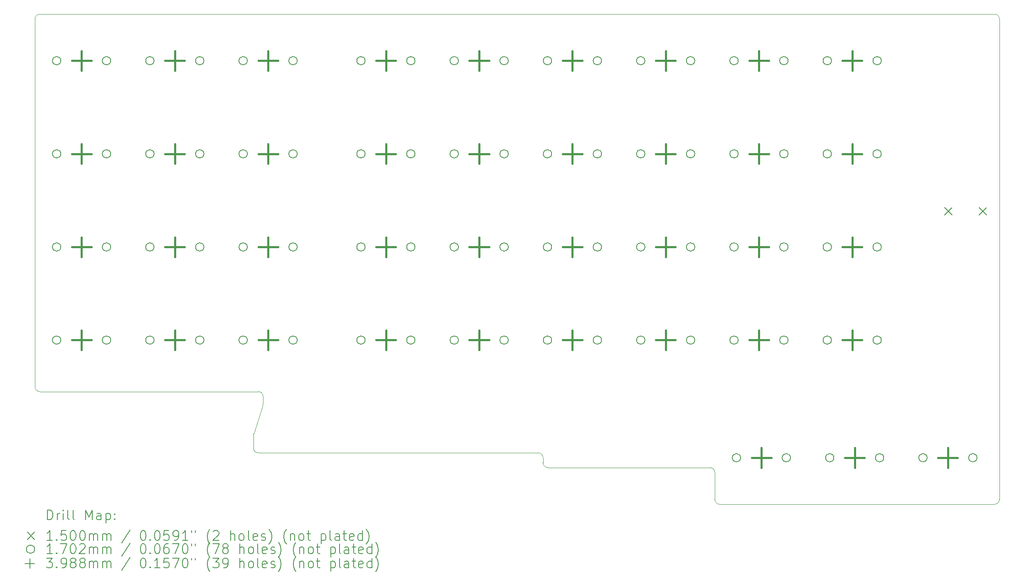
<source format=gbr>
%TF.GenerationSoftware,KiCad,Pcbnew,(6.0.8)*%
%TF.CreationDate,2023-04-06T15:32:16+10:00*%
%TF.ProjectId,drazie,6472617a-6965-42e6-9b69-6361645f7063,rev?*%
%TF.SameCoordinates,Original*%
%TF.FileFunction,Drillmap*%
%TF.FilePolarity,Positive*%
%FSLAX45Y45*%
G04 Gerber Fmt 4.5, Leading zero omitted, Abs format (unit mm)*
G04 Created by KiCad (PCBNEW (6.0.8)) date 2023-04-06 15:32:16*
%MOMM*%
%LPD*%
G01*
G04 APERTURE LIST*
%ADD10C,0.100000*%
%ADD11C,0.200000*%
%ADD12C,0.150000*%
%ADD13C,0.170180*%
%ADD14C,0.398780*%
G04 APERTURE END LIST*
D10*
X5900000Y-9050000D02*
X5900000Y-9200000D01*
X1350000Y-8950000D02*
X5800000Y-8950000D01*
X1250000Y-1350000D02*
X1250000Y-8850000D01*
X20800000Y-1250000D02*
X1350000Y-1250000D01*
X20900000Y-1350000D02*
X20900000Y-11150000D01*
X15200000Y-11250000D02*
X20800000Y-11250000D01*
X15100000Y-10600000D02*
X15100000Y-11150000D01*
X11700000Y-10500000D02*
X15000000Y-10500000D01*
X11600000Y-10300000D02*
X11600000Y-10400000D01*
X11500000Y-10200000D02*
X5800000Y-10200000D01*
X20800000Y-11250000D02*
G75*
G03*
X20900000Y-11150000I0J100000D01*
G01*
X20900000Y-1350000D02*
G75*
G03*
X20800000Y-1250000I-100000J0D01*
G01*
X1350000Y-1250000D02*
G75*
G03*
X1250000Y-1350000I0J-100000D01*
G01*
X1250000Y-8850000D02*
G75*
G03*
X1350000Y-8950000I100000J0D01*
G01*
X5900000Y-9050000D02*
G75*
G03*
X5800000Y-8950000I-100000J0D01*
G01*
X5700000Y-9850000D02*
X5700000Y-10100000D01*
X5889443Y-9244721D02*
X5710557Y-9805279D01*
X5889443Y-9244721D02*
G75*
G03*
X5900000Y-9200000I-89443J44721D01*
G01*
X5710557Y-9805279D02*
G75*
G03*
X5700000Y-9850000I89443J-44721D01*
G01*
X5700000Y-10100000D02*
G75*
G03*
X5800000Y-10200000I100000J0D01*
G01*
X11600000Y-10300000D02*
G75*
G03*
X11500000Y-10200000I-100000J0D01*
G01*
X11600000Y-10400000D02*
G75*
G03*
X11700000Y-10500000I100000J0D01*
G01*
X15100000Y-10600000D02*
G75*
G03*
X15000000Y-10500000I-100000J0D01*
G01*
X15100000Y-11150000D02*
G75*
G03*
X15200000Y-11250000I100000J0D01*
G01*
D11*
D12*
X19785000Y-5195000D02*
X19935000Y-5345000D01*
X19935000Y-5195000D02*
X19785000Y-5345000D01*
X20485000Y-5195000D02*
X20635000Y-5345000D01*
X20635000Y-5195000D02*
X20485000Y-5345000D01*
D13*
X1777090Y-2200000D02*
G75*
G03*
X1777090Y-2200000I-85090J0D01*
G01*
X1777090Y-4100000D02*
G75*
G03*
X1777090Y-4100000I-85090J0D01*
G01*
X1777090Y-6000000D02*
G75*
G03*
X1777090Y-6000000I-85090J0D01*
G01*
X1777090Y-7900000D02*
G75*
G03*
X1777090Y-7900000I-85090J0D01*
G01*
X2793090Y-2200000D02*
G75*
G03*
X2793090Y-2200000I-85090J0D01*
G01*
X2793090Y-4100000D02*
G75*
G03*
X2793090Y-4100000I-85090J0D01*
G01*
X2793090Y-6000000D02*
G75*
G03*
X2793090Y-6000000I-85090J0D01*
G01*
X2793090Y-7900000D02*
G75*
G03*
X2793090Y-7900000I-85090J0D01*
G01*
X3677090Y-2200000D02*
G75*
G03*
X3677090Y-2200000I-85090J0D01*
G01*
X3677090Y-4100000D02*
G75*
G03*
X3677090Y-4100000I-85090J0D01*
G01*
X3677090Y-6000000D02*
G75*
G03*
X3677090Y-6000000I-85090J0D01*
G01*
X3677090Y-7900000D02*
G75*
G03*
X3677090Y-7900000I-85090J0D01*
G01*
X4693090Y-2200000D02*
G75*
G03*
X4693090Y-2200000I-85090J0D01*
G01*
X4693090Y-4100000D02*
G75*
G03*
X4693090Y-4100000I-85090J0D01*
G01*
X4693090Y-6000000D02*
G75*
G03*
X4693090Y-6000000I-85090J0D01*
G01*
X4693090Y-7900000D02*
G75*
G03*
X4693090Y-7900000I-85090J0D01*
G01*
X5577090Y-2200000D02*
G75*
G03*
X5577090Y-2200000I-85090J0D01*
G01*
X5577090Y-4100000D02*
G75*
G03*
X5577090Y-4100000I-85090J0D01*
G01*
X5577090Y-6000000D02*
G75*
G03*
X5577090Y-6000000I-85090J0D01*
G01*
X5577090Y-7900000D02*
G75*
G03*
X5577090Y-7900000I-85090J0D01*
G01*
X6593090Y-2200000D02*
G75*
G03*
X6593090Y-2200000I-85090J0D01*
G01*
X6593090Y-4100000D02*
G75*
G03*
X6593090Y-4100000I-85090J0D01*
G01*
X6593090Y-6000000D02*
G75*
G03*
X6593090Y-6000000I-85090J0D01*
G01*
X6593090Y-7900000D02*
G75*
G03*
X6593090Y-7900000I-85090J0D01*
G01*
X7977090Y-2200000D02*
G75*
G03*
X7977090Y-2200000I-85090J0D01*
G01*
X7977090Y-4100000D02*
G75*
G03*
X7977090Y-4100000I-85090J0D01*
G01*
X7977090Y-6000000D02*
G75*
G03*
X7977090Y-6000000I-85090J0D01*
G01*
X7977090Y-7900000D02*
G75*
G03*
X7977090Y-7900000I-85090J0D01*
G01*
X8993090Y-2200000D02*
G75*
G03*
X8993090Y-2200000I-85090J0D01*
G01*
X8993090Y-4100000D02*
G75*
G03*
X8993090Y-4100000I-85090J0D01*
G01*
X8993090Y-6000000D02*
G75*
G03*
X8993090Y-6000000I-85090J0D01*
G01*
X8993090Y-7900000D02*
G75*
G03*
X8993090Y-7900000I-85090J0D01*
G01*
X9877090Y-2200000D02*
G75*
G03*
X9877090Y-2200000I-85090J0D01*
G01*
X9877090Y-4100000D02*
G75*
G03*
X9877090Y-4100000I-85090J0D01*
G01*
X9877090Y-6000000D02*
G75*
G03*
X9877090Y-6000000I-85090J0D01*
G01*
X9877090Y-7900000D02*
G75*
G03*
X9877090Y-7900000I-85090J0D01*
G01*
X10893090Y-2200000D02*
G75*
G03*
X10893090Y-2200000I-85090J0D01*
G01*
X10893090Y-4100000D02*
G75*
G03*
X10893090Y-4100000I-85090J0D01*
G01*
X10893090Y-6000000D02*
G75*
G03*
X10893090Y-6000000I-85090J0D01*
G01*
X10893090Y-7900000D02*
G75*
G03*
X10893090Y-7900000I-85090J0D01*
G01*
X11777090Y-2200000D02*
G75*
G03*
X11777090Y-2200000I-85090J0D01*
G01*
X11777090Y-4100000D02*
G75*
G03*
X11777090Y-4100000I-85090J0D01*
G01*
X11777090Y-6000000D02*
G75*
G03*
X11777090Y-6000000I-85090J0D01*
G01*
X11777090Y-7900000D02*
G75*
G03*
X11777090Y-7900000I-85090J0D01*
G01*
X12793090Y-2200000D02*
G75*
G03*
X12793090Y-2200000I-85090J0D01*
G01*
X12793090Y-4100000D02*
G75*
G03*
X12793090Y-4100000I-85090J0D01*
G01*
X12793090Y-6000000D02*
G75*
G03*
X12793090Y-6000000I-85090J0D01*
G01*
X12793090Y-7900000D02*
G75*
G03*
X12793090Y-7900000I-85090J0D01*
G01*
X13677090Y-2200000D02*
G75*
G03*
X13677090Y-2200000I-85090J0D01*
G01*
X13677090Y-4100000D02*
G75*
G03*
X13677090Y-4100000I-85090J0D01*
G01*
X13677090Y-6000000D02*
G75*
G03*
X13677090Y-6000000I-85090J0D01*
G01*
X13677090Y-7900000D02*
G75*
G03*
X13677090Y-7900000I-85090J0D01*
G01*
X14693090Y-2200000D02*
G75*
G03*
X14693090Y-2200000I-85090J0D01*
G01*
X14693090Y-4100000D02*
G75*
G03*
X14693090Y-4100000I-85090J0D01*
G01*
X14693090Y-6000000D02*
G75*
G03*
X14693090Y-6000000I-85090J0D01*
G01*
X14693090Y-7900000D02*
G75*
G03*
X14693090Y-7900000I-85090J0D01*
G01*
X15577090Y-2200000D02*
G75*
G03*
X15577090Y-2200000I-85090J0D01*
G01*
X15577090Y-4100000D02*
G75*
G03*
X15577090Y-4100000I-85090J0D01*
G01*
X15577090Y-6000000D02*
G75*
G03*
X15577090Y-6000000I-85090J0D01*
G01*
X15577090Y-7900000D02*
G75*
G03*
X15577090Y-7900000I-85090J0D01*
G01*
X15627090Y-10300000D02*
G75*
G03*
X15627090Y-10300000I-85090J0D01*
G01*
X16593090Y-2200000D02*
G75*
G03*
X16593090Y-2200000I-85090J0D01*
G01*
X16593090Y-4100000D02*
G75*
G03*
X16593090Y-4100000I-85090J0D01*
G01*
X16593090Y-6000000D02*
G75*
G03*
X16593090Y-6000000I-85090J0D01*
G01*
X16593090Y-7900000D02*
G75*
G03*
X16593090Y-7900000I-85090J0D01*
G01*
X16643090Y-10300000D02*
G75*
G03*
X16643090Y-10300000I-85090J0D01*
G01*
X17477090Y-2200000D02*
G75*
G03*
X17477090Y-2200000I-85090J0D01*
G01*
X17477090Y-4100000D02*
G75*
G03*
X17477090Y-4100000I-85090J0D01*
G01*
X17477090Y-6000000D02*
G75*
G03*
X17477090Y-6000000I-85090J0D01*
G01*
X17477090Y-7900000D02*
G75*
G03*
X17477090Y-7900000I-85090J0D01*
G01*
X17527090Y-10300000D02*
G75*
G03*
X17527090Y-10300000I-85090J0D01*
G01*
X18493090Y-2200000D02*
G75*
G03*
X18493090Y-2200000I-85090J0D01*
G01*
X18493090Y-4100000D02*
G75*
G03*
X18493090Y-4100000I-85090J0D01*
G01*
X18493090Y-6000000D02*
G75*
G03*
X18493090Y-6000000I-85090J0D01*
G01*
X18493090Y-7900000D02*
G75*
G03*
X18493090Y-7900000I-85090J0D01*
G01*
X18543090Y-10300000D02*
G75*
G03*
X18543090Y-10300000I-85090J0D01*
G01*
X19427090Y-10300000D02*
G75*
G03*
X19427090Y-10300000I-85090J0D01*
G01*
X20443090Y-10300000D02*
G75*
G03*
X20443090Y-10300000I-85090J0D01*
G01*
D14*
X2200000Y-2000610D02*
X2200000Y-2399390D01*
X2000610Y-2200000D02*
X2399390Y-2200000D01*
X2200000Y-3900610D02*
X2200000Y-4299390D01*
X2000610Y-4100000D02*
X2399390Y-4100000D01*
X2200000Y-5800610D02*
X2200000Y-6199390D01*
X2000610Y-6000000D02*
X2399390Y-6000000D01*
X2200000Y-7700610D02*
X2200000Y-8099390D01*
X2000610Y-7900000D02*
X2399390Y-7900000D01*
X4100000Y-2000610D02*
X4100000Y-2399390D01*
X3900610Y-2200000D02*
X4299390Y-2200000D01*
X4100000Y-3900610D02*
X4100000Y-4299390D01*
X3900610Y-4100000D02*
X4299390Y-4100000D01*
X4100000Y-5800610D02*
X4100000Y-6199390D01*
X3900610Y-6000000D02*
X4299390Y-6000000D01*
X4100000Y-7700610D02*
X4100000Y-8099390D01*
X3900610Y-7900000D02*
X4299390Y-7900000D01*
X6000000Y-2000610D02*
X6000000Y-2399390D01*
X5800610Y-2200000D02*
X6199390Y-2200000D01*
X6000000Y-3900610D02*
X6000000Y-4299390D01*
X5800610Y-4100000D02*
X6199390Y-4100000D01*
X6000000Y-5800610D02*
X6000000Y-6199390D01*
X5800610Y-6000000D02*
X6199390Y-6000000D01*
X6000000Y-7700610D02*
X6000000Y-8099390D01*
X5800610Y-7900000D02*
X6199390Y-7900000D01*
X8400000Y-2000610D02*
X8400000Y-2399390D01*
X8200610Y-2200000D02*
X8599390Y-2200000D01*
X8400000Y-3900610D02*
X8400000Y-4299390D01*
X8200610Y-4100000D02*
X8599390Y-4100000D01*
X8400000Y-5800610D02*
X8400000Y-6199390D01*
X8200610Y-6000000D02*
X8599390Y-6000000D01*
X8400000Y-7700610D02*
X8400000Y-8099390D01*
X8200610Y-7900000D02*
X8599390Y-7900000D01*
X10300000Y-2000610D02*
X10300000Y-2399390D01*
X10100610Y-2200000D02*
X10499390Y-2200000D01*
X10300000Y-3900610D02*
X10300000Y-4299390D01*
X10100610Y-4100000D02*
X10499390Y-4100000D01*
X10300000Y-5800610D02*
X10300000Y-6199390D01*
X10100610Y-6000000D02*
X10499390Y-6000000D01*
X10300000Y-7700610D02*
X10300000Y-8099390D01*
X10100610Y-7900000D02*
X10499390Y-7900000D01*
X12200000Y-2000610D02*
X12200000Y-2399390D01*
X12000610Y-2200000D02*
X12399390Y-2200000D01*
X12200000Y-3900610D02*
X12200000Y-4299390D01*
X12000610Y-4100000D02*
X12399390Y-4100000D01*
X12200000Y-5800610D02*
X12200000Y-6199390D01*
X12000610Y-6000000D02*
X12399390Y-6000000D01*
X12200000Y-7700610D02*
X12200000Y-8099390D01*
X12000610Y-7900000D02*
X12399390Y-7900000D01*
X14100000Y-2000610D02*
X14100000Y-2399390D01*
X13900610Y-2200000D02*
X14299390Y-2200000D01*
X14100000Y-3900610D02*
X14100000Y-4299390D01*
X13900610Y-4100000D02*
X14299390Y-4100000D01*
X14100000Y-5800610D02*
X14100000Y-6199390D01*
X13900610Y-6000000D02*
X14299390Y-6000000D01*
X14100000Y-7700610D02*
X14100000Y-8099390D01*
X13900610Y-7900000D02*
X14299390Y-7900000D01*
X16000000Y-2000610D02*
X16000000Y-2399390D01*
X15800610Y-2200000D02*
X16199390Y-2200000D01*
X16000000Y-3900610D02*
X16000000Y-4299390D01*
X15800610Y-4100000D02*
X16199390Y-4100000D01*
X16000000Y-5800610D02*
X16000000Y-6199390D01*
X15800610Y-6000000D02*
X16199390Y-6000000D01*
X16000000Y-7700610D02*
X16000000Y-8099390D01*
X15800610Y-7900000D02*
X16199390Y-7900000D01*
X16050000Y-10100610D02*
X16050000Y-10499390D01*
X15850610Y-10300000D02*
X16249390Y-10300000D01*
X17900000Y-2000610D02*
X17900000Y-2399390D01*
X17700610Y-2200000D02*
X18099390Y-2200000D01*
X17900000Y-3900610D02*
X17900000Y-4299390D01*
X17700610Y-4100000D02*
X18099390Y-4100000D01*
X17900000Y-5800610D02*
X17900000Y-6199390D01*
X17700610Y-6000000D02*
X18099390Y-6000000D01*
X17900000Y-7700610D02*
X17900000Y-8099390D01*
X17700610Y-7900000D02*
X18099390Y-7900000D01*
X17950000Y-10100610D02*
X17950000Y-10499390D01*
X17750610Y-10300000D02*
X18149390Y-10300000D01*
X19850000Y-10100610D02*
X19850000Y-10499390D01*
X19650610Y-10300000D02*
X20049390Y-10300000D01*
D11*
X1502619Y-11565476D02*
X1502619Y-11365476D01*
X1550238Y-11365476D01*
X1578809Y-11375000D01*
X1597857Y-11394048D01*
X1607381Y-11413095D01*
X1616905Y-11451190D01*
X1616905Y-11479762D01*
X1607381Y-11517857D01*
X1597857Y-11536905D01*
X1578809Y-11555952D01*
X1550238Y-11565476D01*
X1502619Y-11565476D01*
X1702619Y-11565476D02*
X1702619Y-11432143D01*
X1702619Y-11470238D02*
X1712143Y-11451190D01*
X1721667Y-11441667D01*
X1740714Y-11432143D01*
X1759762Y-11432143D01*
X1826428Y-11565476D02*
X1826428Y-11432143D01*
X1826428Y-11365476D02*
X1816905Y-11375000D01*
X1826428Y-11384524D01*
X1835952Y-11375000D01*
X1826428Y-11365476D01*
X1826428Y-11384524D01*
X1950238Y-11565476D02*
X1931190Y-11555952D01*
X1921667Y-11536905D01*
X1921667Y-11365476D01*
X2055000Y-11565476D02*
X2035952Y-11555952D01*
X2026428Y-11536905D01*
X2026428Y-11365476D01*
X2283571Y-11565476D02*
X2283571Y-11365476D01*
X2350238Y-11508333D01*
X2416905Y-11365476D01*
X2416905Y-11565476D01*
X2597857Y-11565476D02*
X2597857Y-11460714D01*
X2588333Y-11441667D01*
X2569286Y-11432143D01*
X2531190Y-11432143D01*
X2512143Y-11441667D01*
X2597857Y-11555952D02*
X2578810Y-11565476D01*
X2531190Y-11565476D01*
X2512143Y-11555952D01*
X2502619Y-11536905D01*
X2502619Y-11517857D01*
X2512143Y-11498809D01*
X2531190Y-11489286D01*
X2578810Y-11489286D01*
X2597857Y-11479762D01*
X2693095Y-11432143D02*
X2693095Y-11632143D01*
X2693095Y-11441667D02*
X2712143Y-11432143D01*
X2750238Y-11432143D01*
X2769286Y-11441667D01*
X2778810Y-11451190D01*
X2788333Y-11470238D01*
X2788333Y-11527381D01*
X2778810Y-11546428D01*
X2769286Y-11555952D01*
X2750238Y-11565476D01*
X2712143Y-11565476D01*
X2693095Y-11555952D01*
X2874048Y-11546428D02*
X2883571Y-11555952D01*
X2874048Y-11565476D01*
X2864524Y-11555952D01*
X2874048Y-11546428D01*
X2874048Y-11565476D01*
X2874048Y-11441667D02*
X2883571Y-11451190D01*
X2874048Y-11460714D01*
X2864524Y-11451190D01*
X2874048Y-11441667D01*
X2874048Y-11460714D01*
D12*
X1095000Y-11820000D02*
X1245000Y-11970000D01*
X1245000Y-11820000D02*
X1095000Y-11970000D01*
D11*
X1607381Y-11985476D02*
X1493095Y-11985476D01*
X1550238Y-11985476D02*
X1550238Y-11785476D01*
X1531190Y-11814048D01*
X1512143Y-11833095D01*
X1493095Y-11842619D01*
X1693095Y-11966428D02*
X1702619Y-11975952D01*
X1693095Y-11985476D01*
X1683571Y-11975952D01*
X1693095Y-11966428D01*
X1693095Y-11985476D01*
X1883571Y-11785476D02*
X1788333Y-11785476D01*
X1778809Y-11880714D01*
X1788333Y-11871190D01*
X1807381Y-11861667D01*
X1855000Y-11861667D01*
X1874048Y-11871190D01*
X1883571Y-11880714D01*
X1893095Y-11899762D01*
X1893095Y-11947381D01*
X1883571Y-11966428D01*
X1874048Y-11975952D01*
X1855000Y-11985476D01*
X1807381Y-11985476D01*
X1788333Y-11975952D01*
X1778809Y-11966428D01*
X2016905Y-11785476D02*
X2035952Y-11785476D01*
X2055000Y-11795000D01*
X2064524Y-11804524D01*
X2074048Y-11823571D01*
X2083571Y-11861667D01*
X2083571Y-11909286D01*
X2074048Y-11947381D01*
X2064524Y-11966428D01*
X2055000Y-11975952D01*
X2035952Y-11985476D01*
X2016905Y-11985476D01*
X1997857Y-11975952D01*
X1988333Y-11966428D01*
X1978809Y-11947381D01*
X1969286Y-11909286D01*
X1969286Y-11861667D01*
X1978809Y-11823571D01*
X1988333Y-11804524D01*
X1997857Y-11795000D01*
X2016905Y-11785476D01*
X2207381Y-11785476D02*
X2226429Y-11785476D01*
X2245476Y-11795000D01*
X2255000Y-11804524D01*
X2264524Y-11823571D01*
X2274048Y-11861667D01*
X2274048Y-11909286D01*
X2264524Y-11947381D01*
X2255000Y-11966428D01*
X2245476Y-11975952D01*
X2226429Y-11985476D01*
X2207381Y-11985476D01*
X2188333Y-11975952D01*
X2178810Y-11966428D01*
X2169286Y-11947381D01*
X2159762Y-11909286D01*
X2159762Y-11861667D01*
X2169286Y-11823571D01*
X2178810Y-11804524D01*
X2188333Y-11795000D01*
X2207381Y-11785476D01*
X2359762Y-11985476D02*
X2359762Y-11852143D01*
X2359762Y-11871190D02*
X2369286Y-11861667D01*
X2388333Y-11852143D01*
X2416905Y-11852143D01*
X2435952Y-11861667D01*
X2445476Y-11880714D01*
X2445476Y-11985476D01*
X2445476Y-11880714D02*
X2455000Y-11861667D01*
X2474048Y-11852143D01*
X2502619Y-11852143D01*
X2521667Y-11861667D01*
X2531190Y-11880714D01*
X2531190Y-11985476D01*
X2626429Y-11985476D02*
X2626429Y-11852143D01*
X2626429Y-11871190D02*
X2635952Y-11861667D01*
X2655000Y-11852143D01*
X2683571Y-11852143D01*
X2702619Y-11861667D01*
X2712143Y-11880714D01*
X2712143Y-11985476D01*
X2712143Y-11880714D02*
X2721667Y-11861667D01*
X2740714Y-11852143D01*
X2769286Y-11852143D01*
X2788333Y-11861667D01*
X2797857Y-11880714D01*
X2797857Y-11985476D01*
X3188333Y-11775952D02*
X3016905Y-12033095D01*
X3445476Y-11785476D02*
X3464524Y-11785476D01*
X3483571Y-11795000D01*
X3493095Y-11804524D01*
X3502619Y-11823571D01*
X3512143Y-11861667D01*
X3512143Y-11909286D01*
X3502619Y-11947381D01*
X3493095Y-11966428D01*
X3483571Y-11975952D01*
X3464524Y-11985476D01*
X3445476Y-11985476D01*
X3426428Y-11975952D01*
X3416905Y-11966428D01*
X3407381Y-11947381D01*
X3397857Y-11909286D01*
X3397857Y-11861667D01*
X3407381Y-11823571D01*
X3416905Y-11804524D01*
X3426428Y-11795000D01*
X3445476Y-11785476D01*
X3597857Y-11966428D02*
X3607381Y-11975952D01*
X3597857Y-11985476D01*
X3588333Y-11975952D01*
X3597857Y-11966428D01*
X3597857Y-11985476D01*
X3731190Y-11785476D02*
X3750238Y-11785476D01*
X3769286Y-11795000D01*
X3778809Y-11804524D01*
X3788333Y-11823571D01*
X3797857Y-11861667D01*
X3797857Y-11909286D01*
X3788333Y-11947381D01*
X3778809Y-11966428D01*
X3769286Y-11975952D01*
X3750238Y-11985476D01*
X3731190Y-11985476D01*
X3712143Y-11975952D01*
X3702619Y-11966428D01*
X3693095Y-11947381D01*
X3683571Y-11909286D01*
X3683571Y-11861667D01*
X3693095Y-11823571D01*
X3702619Y-11804524D01*
X3712143Y-11795000D01*
X3731190Y-11785476D01*
X3978809Y-11785476D02*
X3883571Y-11785476D01*
X3874048Y-11880714D01*
X3883571Y-11871190D01*
X3902619Y-11861667D01*
X3950238Y-11861667D01*
X3969286Y-11871190D01*
X3978809Y-11880714D01*
X3988333Y-11899762D01*
X3988333Y-11947381D01*
X3978809Y-11966428D01*
X3969286Y-11975952D01*
X3950238Y-11985476D01*
X3902619Y-11985476D01*
X3883571Y-11975952D01*
X3874048Y-11966428D01*
X4083571Y-11985476D02*
X4121667Y-11985476D01*
X4140714Y-11975952D01*
X4150238Y-11966428D01*
X4169286Y-11937857D01*
X4178809Y-11899762D01*
X4178809Y-11823571D01*
X4169286Y-11804524D01*
X4159762Y-11795000D01*
X4140714Y-11785476D01*
X4102619Y-11785476D01*
X4083571Y-11795000D01*
X4074048Y-11804524D01*
X4064524Y-11823571D01*
X4064524Y-11871190D01*
X4074048Y-11890238D01*
X4083571Y-11899762D01*
X4102619Y-11909286D01*
X4140714Y-11909286D01*
X4159762Y-11899762D01*
X4169286Y-11890238D01*
X4178809Y-11871190D01*
X4369286Y-11985476D02*
X4255000Y-11985476D01*
X4312143Y-11985476D02*
X4312143Y-11785476D01*
X4293095Y-11814048D01*
X4274048Y-11833095D01*
X4255000Y-11842619D01*
X4445476Y-11785476D02*
X4445476Y-11823571D01*
X4521667Y-11785476D02*
X4521667Y-11823571D01*
X4816905Y-12061667D02*
X4807381Y-12052143D01*
X4788333Y-12023571D01*
X4778810Y-12004524D01*
X4769286Y-11975952D01*
X4759762Y-11928333D01*
X4759762Y-11890238D01*
X4769286Y-11842619D01*
X4778810Y-11814048D01*
X4788333Y-11795000D01*
X4807381Y-11766428D01*
X4816905Y-11756905D01*
X4883571Y-11804524D02*
X4893095Y-11795000D01*
X4912143Y-11785476D01*
X4959762Y-11785476D01*
X4978810Y-11795000D01*
X4988333Y-11804524D01*
X4997857Y-11823571D01*
X4997857Y-11842619D01*
X4988333Y-11871190D01*
X4874048Y-11985476D01*
X4997857Y-11985476D01*
X5235952Y-11985476D02*
X5235952Y-11785476D01*
X5321667Y-11985476D02*
X5321667Y-11880714D01*
X5312143Y-11861667D01*
X5293095Y-11852143D01*
X5264524Y-11852143D01*
X5245476Y-11861667D01*
X5235952Y-11871190D01*
X5445476Y-11985476D02*
X5426429Y-11975952D01*
X5416905Y-11966428D01*
X5407381Y-11947381D01*
X5407381Y-11890238D01*
X5416905Y-11871190D01*
X5426429Y-11861667D01*
X5445476Y-11852143D01*
X5474048Y-11852143D01*
X5493095Y-11861667D01*
X5502619Y-11871190D01*
X5512143Y-11890238D01*
X5512143Y-11947381D01*
X5502619Y-11966428D01*
X5493095Y-11975952D01*
X5474048Y-11985476D01*
X5445476Y-11985476D01*
X5626428Y-11985476D02*
X5607381Y-11975952D01*
X5597857Y-11956905D01*
X5597857Y-11785476D01*
X5778809Y-11975952D02*
X5759762Y-11985476D01*
X5721667Y-11985476D01*
X5702619Y-11975952D01*
X5693095Y-11956905D01*
X5693095Y-11880714D01*
X5702619Y-11861667D01*
X5721667Y-11852143D01*
X5759762Y-11852143D01*
X5778809Y-11861667D01*
X5788333Y-11880714D01*
X5788333Y-11899762D01*
X5693095Y-11918809D01*
X5864524Y-11975952D02*
X5883571Y-11985476D01*
X5921667Y-11985476D01*
X5940714Y-11975952D01*
X5950238Y-11956905D01*
X5950238Y-11947381D01*
X5940714Y-11928333D01*
X5921667Y-11918809D01*
X5893095Y-11918809D01*
X5874048Y-11909286D01*
X5864524Y-11890238D01*
X5864524Y-11880714D01*
X5874048Y-11861667D01*
X5893095Y-11852143D01*
X5921667Y-11852143D01*
X5940714Y-11861667D01*
X6016905Y-12061667D02*
X6026428Y-12052143D01*
X6045476Y-12023571D01*
X6055000Y-12004524D01*
X6064524Y-11975952D01*
X6074048Y-11928333D01*
X6074048Y-11890238D01*
X6064524Y-11842619D01*
X6055000Y-11814048D01*
X6045476Y-11795000D01*
X6026428Y-11766428D01*
X6016905Y-11756905D01*
X6378809Y-12061667D02*
X6369286Y-12052143D01*
X6350238Y-12023571D01*
X6340714Y-12004524D01*
X6331190Y-11975952D01*
X6321667Y-11928333D01*
X6321667Y-11890238D01*
X6331190Y-11842619D01*
X6340714Y-11814048D01*
X6350238Y-11795000D01*
X6369286Y-11766428D01*
X6378809Y-11756905D01*
X6455000Y-11852143D02*
X6455000Y-11985476D01*
X6455000Y-11871190D02*
X6464524Y-11861667D01*
X6483571Y-11852143D01*
X6512143Y-11852143D01*
X6531190Y-11861667D01*
X6540714Y-11880714D01*
X6540714Y-11985476D01*
X6664524Y-11985476D02*
X6645476Y-11975952D01*
X6635952Y-11966428D01*
X6626428Y-11947381D01*
X6626428Y-11890238D01*
X6635952Y-11871190D01*
X6645476Y-11861667D01*
X6664524Y-11852143D01*
X6693095Y-11852143D01*
X6712143Y-11861667D01*
X6721667Y-11871190D01*
X6731190Y-11890238D01*
X6731190Y-11947381D01*
X6721667Y-11966428D01*
X6712143Y-11975952D01*
X6693095Y-11985476D01*
X6664524Y-11985476D01*
X6788333Y-11852143D02*
X6864524Y-11852143D01*
X6816905Y-11785476D02*
X6816905Y-11956905D01*
X6826428Y-11975952D01*
X6845476Y-11985476D01*
X6864524Y-11985476D01*
X7083571Y-11852143D02*
X7083571Y-12052143D01*
X7083571Y-11861667D02*
X7102619Y-11852143D01*
X7140714Y-11852143D01*
X7159762Y-11861667D01*
X7169286Y-11871190D01*
X7178809Y-11890238D01*
X7178809Y-11947381D01*
X7169286Y-11966428D01*
X7159762Y-11975952D01*
X7140714Y-11985476D01*
X7102619Y-11985476D01*
X7083571Y-11975952D01*
X7293095Y-11985476D02*
X7274048Y-11975952D01*
X7264524Y-11956905D01*
X7264524Y-11785476D01*
X7455000Y-11985476D02*
X7455000Y-11880714D01*
X7445476Y-11861667D01*
X7426428Y-11852143D01*
X7388333Y-11852143D01*
X7369286Y-11861667D01*
X7455000Y-11975952D02*
X7435952Y-11985476D01*
X7388333Y-11985476D01*
X7369286Y-11975952D01*
X7359762Y-11956905D01*
X7359762Y-11937857D01*
X7369286Y-11918809D01*
X7388333Y-11909286D01*
X7435952Y-11909286D01*
X7455000Y-11899762D01*
X7521667Y-11852143D02*
X7597857Y-11852143D01*
X7550238Y-11785476D02*
X7550238Y-11956905D01*
X7559762Y-11975952D01*
X7578809Y-11985476D01*
X7597857Y-11985476D01*
X7740714Y-11975952D02*
X7721667Y-11985476D01*
X7683571Y-11985476D01*
X7664524Y-11975952D01*
X7655000Y-11956905D01*
X7655000Y-11880714D01*
X7664524Y-11861667D01*
X7683571Y-11852143D01*
X7721667Y-11852143D01*
X7740714Y-11861667D01*
X7750238Y-11880714D01*
X7750238Y-11899762D01*
X7655000Y-11918809D01*
X7921667Y-11985476D02*
X7921667Y-11785476D01*
X7921667Y-11975952D02*
X7902619Y-11985476D01*
X7864524Y-11985476D01*
X7845476Y-11975952D01*
X7835952Y-11966428D01*
X7826428Y-11947381D01*
X7826428Y-11890238D01*
X7835952Y-11871190D01*
X7845476Y-11861667D01*
X7864524Y-11852143D01*
X7902619Y-11852143D01*
X7921667Y-11861667D01*
X7997857Y-12061667D02*
X8007381Y-12052143D01*
X8026428Y-12023571D01*
X8035952Y-12004524D01*
X8045476Y-11975952D01*
X8055000Y-11928333D01*
X8055000Y-11890238D01*
X8045476Y-11842619D01*
X8035952Y-11814048D01*
X8026428Y-11795000D01*
X8007381Y-11766428D01*
X7997857Y-11756905D01*
D13*
X1245000Y-12165000D02*
G75*
G03*
X1245000Y-12165000I-85090J0D01*
G01*
D11*
X1607381Y-12255476D02*
X1493095Y-12255476D01*
X1550238Y-12255476D02*
X1550238Y-12055476D01*
X1531190Y-12084048D01*
X1512143Y-12103095D01*
X1493095Y-12112619D01*
X1693095Y-12236428D02*
X1702619Y-12245952D01*
X1693095Y-12255476D01*
X1683571Y-12245952D01*
X1693095Y-12236428D01*
X1693095Y-12255476D01*
X1769286Y-12055476D02*
X1902619Y-12055476D01*
X1816905Y-12255476D01*
X2016905Y-12055476D02*
X2035952Y-12055476D01*
X2055000Y-12065000D01*
X2064524Y-12074524D01*
X2074048Y-12093571D01*
X2083571Y-12131667D01*
X2083571Y-12179286D01*
X2074048Y-12217381D01*
X2064524Y-12236428D01*
X2055000Y-12245952D01*
X2035952Y-12255476D01*
X2016905Y-12255476D01*
X1997857Y-12245952D01*
X1988333Y-12236428D01*
X1978809Y-12217381D01*
X1969286Y-12179286D01*
X1969286Y-12131667D01*
X1978809Y-12093571D01*
X1988333Y-12074524D01*
X1997857Y-12065000D01*
X2016905Y-12055476D01*
X2159762Y-12074524D02*
X2169286Y-12065000D01*
X2188333Y-12055476D01*
X2235952Y-12055476D01*
X2255000Y-12065000D01*
X2264524Y-12074524D01*
X2274048Y-12093571D01*
X2274048Y-12112619D01*
X2264524Y-12141190D01*
X2150238Y-12255476D01*
X2274048Y-12255476D01*
X2359762Y-12255476D02*
X2359762Y-12122143D01*
X2359762Y-12141190D02*
X2369286Y-12131667D01*
X2388333Y-12122143D01*
X2416905Y-12122143D01*
X2435952Y-12131667D01*
X2445476Y-12150714D01*
X2445476Y-12255476D01*
X2445476Y-12150714D02*
X2455000Y-12131667D01*
X2474048Y-12122143D01*
X2502619Y-12122143D01*
X2521667Y-12131667D01*
X2531190Y-12150714D01*
X2531190Y-12255476D01*
X2626429Y-12255476D02*
X2626429Y-12122143D01*
X2626429Y-12141190D02*
X2635952Y-12131667D01*
X2655000Y-12122143D01*
X2683571Y-12122143D01*
X2702619Y-12131667D01*
X2712143Y-12150714D01*
X2712143Y-12255476D01*
X2712143Y-12150714D02*
X2721667Y-12131667D01*
X2740714Y-12122143D01*
X2769286Y-12122143D01*
X2788333Y-12131667D01*
X2797857Y-12150714D01*
X2797857Y-12255476D01*
X3188333Y-12045952D02*
X3016905Y-12303095D01*
X3445476Y-12055476D02*
X3464524Y-12055476D01*
X3483571Y-12065000D01*
X3493095Y-12074524D01*
X3502619Y-12093571D01*
X3512143Y-12131667D01*
X3512143Y-12179286D01*
X3502619Y-12217381D01*
X3493095Y-12236428D01*
X3483571Y-12245952D01*
X3464524Y-12255476D01*
X3445476Y-12255476D01*
X3426428Y-12245952D01*
X3416905Y-12236428D01*
X3407381Y-12217381D01*
X3397857Y-12179286D01*
X3397857Y-12131667D01*
X3407381Y-12093571D01*
X3416905Y-12074524D01*
X3426428Y-12065000D01*
X3445476Y-12055476D01*
X3597857Y-12236428D02*
X3607381Y-12245952D01*
X3597857Y-12255476D01*
X3588333Y-12245952D01*
X3597857Y-12236428D01*
X3597857Y-12255476D01*
X3731190Y-12055476D02*
X3750238Y-12055476D01*
X3769286Y-12065000D01*
X3778809Y-12074524D01*
X3788333Y-12093571D01*
X3797857Y-12131667D01*
X3797857Y-12179286D01*
X3788333Y-12217381D01*
X3778809Y-12236428D01*
X3769286Y-12245952D01*
X3750238Y-12255476D01*
X3731190Y-12255476D01*
X3712143Y-12245952D01*
X3702619Y-12236428D01*
X3693095Y-12217381D01*
X3683571Y-12179286D01*
X3683571Y-12131667D01*
X3693095Y-12093571D01*
X3702619Y-12074524D01*
X3712143Y-12065000D01*
X3731190Y-12055476D01*
X3969286Y-12055476D02*
X3931190Y-12055476D01*
X3912143Y-12065000D01*
X3902619Y-12074524D01*
X3883571Y-12103095D01*
X3874048Y-12141190D01*
X3874048Y-12217381D01*
X3883571Y-12236428D01*
X3893095Y-12245952D01*
X3912143Y-12255476D01*
X3950238Y-12255476D01*
X3969286Y-12245952D01*
X3978809Y-12236428D01*
X3988333Y-12217381D01*
X3988333Y-12169762D01*
X3978809Y-12150714D01*
X3969286Y-12141190D01*
X3950238Y-12131667D01*
X3912143Y-12131667D01*
X3893095Y-12141190D01*
X3883571Y-12150714D01*
X3874048Y-12169762D01*
X4055000Y-12055476D02*
X4188333Y-12055476D01*
X4102619Y-12255476D01*
X4302619Y-12055476D02*
X4321667Y-12055476D01*
X4340714Y-12065000D01*
X4350238Y-12074524D01*
X4359762Y-12093571D01*
X4369286Y-12131667D01*
X4369286Y-12179286D01*
X4359762Y-12217381D01*
X4350238Y-12236428D01*
X4340714Y-12245952D01*
X4321667Y-12255476D01*
X4302619Y-12255476D01*
X4283571Y-12245952D01*
X4274048Y-12236428D01*
X4264524Y-12217381D01*
X4255000Y-12179286D01*
X4255000Y-12131667D01*
X4264524Y-12093571D01*
X4274048Y-12074524D01*
X4283571Y-12065000D01*
X4302619Y-12055476D01*
X4445476Y-12055476D02*
X4445476Y-12093571D01*
X4521667Y-12055476D02*
X4521667Y-12093571D01*
X4816905Y-12331667D02*
X4807381Y-12322143D01*
X4788333Y-12293571D01*
X4778810Y-12274524D01*
X4769286Y-12245952D01*
X4759762Y-12198333D01*
X4759762Y-12160238D01*
X4769286Y-12112619D01*
X4778810Y-12084048D01*
X4788333Y-12065000D01*
X4807381Y-12036428D01*
X4816905Y-12026905D01*
X4874048Y-12055476D02*
X5007381Y-12055476D01*
X4921667Y-12255476D01*
X5112143Y-12141190D02*
X5093095Y-12131667D01*
X5083571Y-12122143D01*
X5074048Y-12103095D01*
X5074048Y-12093571D01*
X5083571Y-12074524D01*
X5093095Y-12065000D01*
X5112143Y-12055476D01*
X5150238Y-12055476D01*
X5169286Y-12065000D01*
X5178810Y-12074524D01*
X5188333Y-12093571D01*
X5188333Y-12103095D01*
X5178810Y-12122143D01*
X5169286Y-12131667D01*
X5150238Y-12141190D01*
X5112143Y-12141190D01*
X5093095Y-12150714D01*
X5083571Y-12160238D01*
X5074048Y-12179286D01*
X5074048Y-12217381D01*
X5083571Y-12236428D01*
X5093095Y-12245952D01*
X5112143Y-12255476D01*
X5150238Y-12255476D01*
X5169286Y-12245952D01*
X5178810Y-12236428D01*
X5188333Y-12217381D01*
X5188333Y-12179286D01*
X5178810Y-12160238D01*
X5169286Y-12150714D01*
X5150238Y-12141190D01*
X5426429Y-12255476D02*
X5426429Y-12055476D01*
X5512143Y-12255476D02*
X5512143Y-12150714D01*
X5502619Y-12131667D01*
X5483571Y-12122143D01*
X5455000Y-12122143D01*
X5435952Y-12131667D01*
X5426429Y-12141190D01*
X5635952Y-12255476D02*
X5616905Y-12245952D01*
X5607381Y-12236428D01*
X5597857Y-12217381D01*
X5597857Y-12160238D01*
X5607381Y-12141190D01*
X5616905Y-12131667D01*
X5635952Y-12122143D01*
X5664524Y-12122143D01*
X5683571Y-12131667D01*
X5693095Y-12141190D01*
X5702619Y-12160238D01*
X5702619Y-12217381D01*
X5693095Y-12236428D01*
X5683571Y-12245952D01*
X5664524Y-12255476D01*
X5635952Y-12255476D01*
X5816905Y-12255476D02*
X5797857Y-12245952D01*
X5788333Y-12226905D01*
X5788333Y-12055476D01*
X5969286Y-12245952D02*
X5950238Y-12255476D01*
X5912143Y-12255476D01*
X5893095Y-12245952D01*
X5883571Y-12226905D01*
X5883571Y-12150714D01*
X5893095Y-12131667D01*
X5912143Y-12122143D01*
X5950238Y-12122143D01*
X5969286Y-12131667D01*
X5978809Y-12150714D01*
X5978809Y-12169762D01*
X5883571Y-12188809D01*
X6055000Y-12245952D02*
X6074048Y-12255476D01*
X6112143Y-12255476D01*
X6131190Y-12245952D01*
X6140714Y-12226905D01*
X6140714Y-12217381D01*
X6131190Y-12198333D01*
X6112143Y-12188809D01*
X6083571Y-12188809D01*
X6064524Y-12179286D01*
X6055000Y-12160238D01*
X6055000Y-12150714D01*
X6064524Y-12131667D01*
X6083571Y-12122143D01*
X6112143Y-12122143D01*
X6131190Y-12131667D01*
X6207381Y-12331667D02*
X6216905Y-12322143D01*
X6235952Y-12293571D01*
X6245476Y-12274524D01*
X6255000Y-12245952D01*
X6264524Y-12198333D01*
X6264524Y-12160238D01*
X6255000Y-12112619D01*
X6245476Y-12084048D01*
X6235952Y-12065000D01*
X6216905Y-12036428D01*
X6207381Y-12026905D01*
X6569286Y-12331667D02*
X6559762Y-12322143D01*
X6540714Y-12293571D01*
X6531190Y-12274524D01*
X6521667Y-12245952D01*
X6512143Y-12198333D01*
X6512143Y-12160238D01*
X6521667Y-12112619D01*
X6531190Y-12084048D01*
X6540714Y-12065000D01*
X6559762Y-12036428D01*
X6569286Y-12026905D01*
X6645476Y-12122143D02*
X6645476Y-12255476D01*
X6645476Y-12141190D02*
X6655000Y-12131667D01*
X6674048Y-12122143D01*
X6702619Y-12122143D01*
X6721667Y-12131667D01*
X6731190Y-12150714D01*
X6731190Y-12255476D01*
X6855000Y-12255476D02*
X6835952Y-12245952D01*
X6826428Y-12236428D01*
X6816905Y-12217381D01*
X6816905Y-12160238D01*
X6826428Y-12141190D01*
X6835952Y-12131667D01*
X6855000Y-12122143D01*
X6883571Y-12122143D01*
X6902619Y-12131667D01*
X6912143Y-12141190D01*
X6921667Y-12160238D01*
X6921667Y-12217381D01*
X6912143Y-12236428D01*
X6902619Y-12245952D01*
X6883571Y-12255476D01*
X6855000Y-12255476D01*
X6978809Y-12122143D02*
X7055000Y-12122143D01*
X7007381Y-12055476D02*
X7007381Y-12226905D01*
X7016905Y-12245952D01*
X7035952Y-12255476D01*
X7055000Y-12255476D01*
X7274048Y-12122143D02*
X7274048Y-12322143D01*
X7274048Y-12131667D02*
X7293095Y-12122143D01*
X7331190Y-12122143D01*
X7350238Y-12131667D01*
X7359762Y-12141190D01*
X7369286Y-12160238D01*
X7369286Y-12217381D01*
X7359762Y-12236428D01*
X7350238Y-12245952D01*
X7331190Y-12255476D01*
X7293095Y-12255476D01*
X7274048Y-12245952D01*
X7483571Y-12255476D02*
X7464524Y-12245952D01*
X7455000Y-12226905D01*
X7455000Y-12055476D01*
X7645476Y-12255476D02*
X7645476Y-12150714D01*
X7635952Y-12131667D01*
X7616905Y-12122143D01*
X7578809Y-12122143D01*
X7559762Y-12131667D01*
X7645476Y-12245952D02*
X7626428Y-12255476D01*
X7578809Y-12255476D01*
X7559762Y-12245952D01*
X7550238Y-12226905D01*
X7550238Y-12207857D01*
X7559762Y-12188809D01*
X7578809Y-12179286D01*
X7626428Y-12179286D01*
X7645476Y-12169762D01*
X7712143Y-12122143D02*
X7788333Y-12122143D01*
X7740714Y-12055476D02*
X7740714Y-12226905D01*
X7750238Y-12245952D01*
X7769286Y-12255476D01*
X7788333Y-12255476D01*
X7931190Y-12245952D02*
X7912143Y-12255476D01*
X7874048Y-12255476D01*
X7855000Y-12245952D01*
X7845476Y-12226905D01*
X7845476Y-12150714D01*
X7855000Y-12131667D01*
X7874048Y-12122143D01*
X7912143Y-12122143D01*
X7931190Y-12131667D01*
X7940714Y-12150714D01*
X7940714Y-12169762D01*
X7845476Y-12188809D01*
X8112143Y-12255476D02*
X8112143Y-12055476D01*
X8112143Y-12245952D02*
X8093095Y-12255476D01*
X8055000Y-12255476D01*
X8035952Y-12245952D01*
X8026428Y-12236428D01*
X8016905Y-12217381D01*
X8016905Y-12160238D01*
X8026428Y-12141190D01*
X8035952Y-12131667D01*
X8055000Y-12122143D01*
X8093095Y-12122143D01*
X8112143Y-12131667D01*
X8188333Y-12331667D02*
X8197857Y-12322143D01*
X8216905Y-12293571D01*
X8226428Y-12274524D01*
X8235952Y-12245952D01*
X8245476Y-12198333D01*
X8245476Y-12160238D01*
X8235952Y-12112619D01*
X8226428Y-12084048D01*
X8216905Y-12065000D01*
X8197857Y-12036428D01*
X8188333Y-12026905D01*
X1145000Y-12355180D02*
X1145000Y-12555180D01*
X1045000Y-12455180D02*
X1245000Y-12455180D01*
X1483571Y-12345656D02*
X1607381Y-12345656D01*
X1540714Y-12421847D01*
X1569286Y-12421847D01*
X1588333Y-12431370D01*
X1597857Y-12440894D01*
X1607381Y-12459942D01*
X1607381Y-12507561D01*
X1597857Y-12526608D01*
X1588333Y-12536132D01*
X1569286Y-12545656D01*
X1512143Y-12545656D01*
X1493095Y-12536132D01*
X1483571Y-12526608D01*
X1693095Y-12526608D02*
X1702619Y-12536132D01*
X1693095Y-12545656D01*
X1683571Y-12536132D01*
X1693095Y-12526608D01*
X1693095Y-12545656D01*
X1797857Y-12545656D02*
X1835952Y-12545656D01*
X1855000Y-12536132D01*
X1864524Y-12526608D01*
X1883571Y-12498037D01*
X1893095Y-12459942D01*
X1893095Y-12383751D01*
X1883571Y-12364704D01*
X1874048Y-12355180D01*
X1855000Y-12345656D01*
X1816905Y-12345656D01*
X1797857Y-12355180D01*
X1788333Y-12364704D01*
X1778809Y-12383751D01*
X1778809Y-12431370D01*
X1788333Y-12450418D01*
X1797857Y-12459942D01*
X1816905Y-12469466D01*
X1855000Y-12469466D01*
X1874048Y-12459942D01*
X1883571Y-12450418D01*
X1893095Y-12431370D01*
X2007381Y-12431370D02*
X1988333Y-12421847D01*
X1978809Y-12412323D01*
X1969286Y-12393275D01*
X1969286Y-12383751D01*
X1978809Y-12364704D01*
X1988333Y-12355180D01*
X2007381Y-12345656D01*
X2045476Y-12345656D01*
X2064524Y-12355180D01*
X2074048Y-12364704D01*
X2083571Y-12383751D01*
X2083571Y-12393275D01*
X2074048Y-12412323D01*
X2064524Y-12421847D01*
X2045476Y-12431370D01*
X2007381Y-12431370D01*
X1988333Y-12440894D01*
X1978809Y-12450418D01*
X1969286Y-12469466D01*
X1969286Y-12507561D01*
X1978809Y-12526608D01*
X1988333Y-12536132D01*
X2007381Y-12545656D01*
X2045476Y-12545656D01*
X2064524Y-12536132D01*
X2074048Y-12526608D01*
X2083571Y-12507561D01*
X2083571Y-12469466D01*
X2074048Y-12450418D01*
X2064524Y-12440894D01*
X2045476Y-12431370D01*
X2197857Y-12431370D02*
X2178810Y-12421847D01*
X2169286Y-12412323D01*
X2159762Y-12393275D01*
X2159762Y-12383751D01*
X2169286Y-12364704D01*
X2178810Y-12355180D01*
X2197857Y-12345656D01*
X2235952Y-12345656D01*
X2255000Y-12355180D01*
X2264524Y-12364704D01*
X2274048Y-12383751D01*
X2274048Y-12393275D01*
X2264524Y-12412323D01*
X2255000Y-12421847D01*
X2235952Y-12431370D01*
X2197857Y-12431370D01*
X2178810Y-12440894D01*
X2169286Y-12450418D01*
X2159762Y-12469466D01*
X2159762Y-12507561D01*
X2169286Y-12526608D01*
X2178810Y-12536132D01*
X2197857Y-12545656D01*
X2235952Y-12545656D01*
X2255000Y-12536132D01*
X2264524Y-12526608D01*
X2274048Y-12507561D01*
X2274048Y-12469466D01*
X2264524Y-12450418D01*
X2255000Y-12440894D01*
X2235952Y-12431370D01*
X2359762Y-12545656D02*
X2359762Y-12412323D01*
X2359762Y-12431370D02*
X2369286Y-12421847D01*
X2388333Y-12412323D01*
X2416905Y-12412323D01*
X2435952Y-12421847D01*
X2445476Y-12440894D01*
X2445476Y-12545656D01*
X2445476Y-12440894D02*
X2455000Y-12421847D01*
X2474048Y-12412323D01*
X2502619Y-12412323D01*
X2521667Y-12421847D01*
X2531190Y-12440894D01*
X2531190Y-12545656D01*
X2626429Y-12545656D02*
X2626429Y-12412323D01*
X2626429Y-12431370D02*
X2635952Y-12421847D01*
X2655000Y-12412323D01*
X2683571Y-12412323D01*
X2702619Y-12421847D01*
X2712143Y-12440894D01*
X2712143Y-12545656D01*
X2712143Y-12440894D02*
X2721667Y-12421847D01*
X2740714Y-12412323D01*
X2769286Y-12412323D01*
X2788333Y-12421847D01*
X2797857Y-12440894D01*
X2797857Y-12545656D01*
X3188333Y-12336132D02*
X3016905Y-12593275D01*
X3445476Y-12345656D02*
X3464524Y-12345656D01*
X3483571Y-12355180D01*
X3493095Y-12364704D01*
X3502619Y-12383751D01*
X3512143Y-12421847D01*
X3512143Y-12469466D01*
X3502619Y-12507561D01*
X3493095Y-12526608D01*
X3483571Y-12536132D01*
X3464524Y-12545656D01*
X3445476Y-12545656D01*
X3426428Y-12536132D01*
X3416905Y-12526608D01*
X3407381Y-12507561D01*
X3397857Y-12469466D01*
X3397857Y-12421847D01*
X3407381Y-12383751D01*
X3416905Y-12364704D01*
X3426428Y-12355180D01*
X3445476Y-12345656D01*
X3597857Y-12526608D02*
X3607381Y-12536132D01*
X3597857Y-12545656D01*
X3588333Y-12536132D01*
X3597857Y-12526608D01*
X3597857Y-12545656D01*
X3797857Y-12545656D02*
X3683571Y-12545656D01*
X3740714Y-12545656D02*
X3740714Y-12345656D01*
X3721667Y-12374228D01*
X3702619Y-12393275D01*
X3683571Y-12402799D01*
X3978809Y-12345656D02*
X3883571Y-12345656D01*
X3874048Y-12440894D01*
X3883571Y-12431370D01*
X3902619Y-12421847D01*
X3950238Y-12421847D01*
X3969286Y-12431370D01*
X3978809Y-12440894D01*
X3988333Y-12459942D01*
X3988333Y-12507561D01*
X3978809Y-12526608D01*
X3969286Y-12536132D01*
X3950238Y-12545656D01*
X3902619Y-12545656D01*
X3883571Y-12536132D01*
X3874048Y-12526608D01*
X4055000Y-12345656D02*
X4188333Y-12345656D01*
X4102619Y-12545656D01*
X4302619Y-12345656D02*
X4321667Y-12345656D01*
X4340714Y-12355180D01*
X4350238Y-12364704D01*
X4359762Y-12383751D01*
X4369286Y-12421847D01*
X4369286Y-12469466D01*
X4359762Y-12507561D01*
X4350238Y-12526608D01*
X4340714Y-12536132D01*
X4321667Y-12545656D01*
X4302619Y-12545656D01*
X4283571Y-12536132D01*
X4274048Y-12526608D01*
X4264524Y-12507561D01*
X4255000Y-12469466D01*
X4255000Y-12421847D01*
X4264524Y-12383751D01*
X4274048Y-12364704D01*
X4283571Y-12355180D01*
X4302619Y-12345656D01*
X4445476Y-12345656D02*
X4445476Y-12383751D01*
X4521667Y-12345656D02*
X4521667Y-12383751D01*
X4816905Y-12621847D02*
X4807381Y-12612323D01*
X4788333Y-12583751D01*
X4778810Y-12564704D01*
X4769286Y-12536132D01*
X4759762Y-12488513D01*
X4759762Y-12450418D01*
X4769286Y-12402799D01*
X4778810Y-12374228D01*
X4788333Y-12355180D01*
X4807381Y-12326608D01*
X4816905Y-12317085D01*
X4874048Y-12345656D02*
X4997857Y-12345656D01*
X4931190Y-12421847D01*
X4959762Y-12421847D01*
X4978810Y-12431370D01*
X4988333Y-12440894D01*
X4997857Y-12459942D01*
X4997857Y-12507561D01*
X4988333Y-12526608D01*
X4978810Y-12536132D01*
X4959762Y-12545656D01*
X4902619Y-12545656D01*
X4883571Y-12536132D01*
X4874048Y-12526608D01*
X5093095Y-12545656D02*
X5131190Y-12545656D01*
X5150238Y-12536132D01*
X5159762Y-12526608D01*
X5178810Y-12498037D01*
X5188333Y-12459942D01*
X5188333Y-12383751D01*
X5178810Y-12364704D01*
X5169286Y-12355180D01*
X5150238Y-12345656D01*
X5112143Y-12345656D01*
X5093095Y-12355180D01*
X5083571Y-12364704D01*
X5074048Y-12383751D01*
X5074048Y-12431370D01*
X5083571Y-12450418D01*
X5093095Y-12459942D01*
X5112143Y-12469466D01*
X5150238Y-12469466D01*
X5169286Y-12459942D01*
X5178810Y-12450418D01*
X5188333Y-12431370D01*
X5426429Y-12545656D02*
X5426429Y-12345656D01*
X5512143Y-12545656D02*
X5512143Y-12440894D01*
X5502619Y-12421847D01*
X5483571Y-12412323D01*
X5455000Y-12412323D01*
X5435952Y-12421847D01*
X5426429Y-12431370D01*
X5635952Y-12545656D02*
X5616905Y-12536132D01*
X5607381Y-12526608D01*
X5597857Y-12507561D01*
X5597857Y-12450418D01*
X5607381Y-12431370D01*
X5616905Y-12421847D01*
X5635952Y-12412323D01*
X5664524Y-12412323D01*
X5683571Y-12421847D01*
X5693095Y-12431370D01*
X5702619Y-12450418D01*
X5702619Y-12507561D01*
X5693095Y-12526608D01*
X5683571Y-12536132D01*
X5664524Y-12545656D01*
X5635952Y-12545656D01*
X5816905Y-12545656D02*
X5797857Y-12536132D01*
X5788333Y-12517085D01*
X5788333Y-12345656D01*
X5969286Y-12536132D02*
X5950238Y-12545656D01*
X5912143Y-12545656D01*
X5893095Y-12536132D01*
X5883571Y-12517085D01*
X5883571Y-12440894D01*
X5893095Y-12421847D01*
X5912143Y-12412323D01*
X5950238Y-12412323D01*
X5969286Y-12421847D01*
X5978809Y-12440894D01*
X5978809Y-12459942D01*
X5883571Y-12478989D01*
X6055000Y-12536132D02*
X6074048Y-12545656D01*
X6112143Y-12545656D01*
X6131190Y-12536132D01*
X6140714Y-12517085D01*
X6140714Y-12507561D01*
X6131190Y-12488513D01*
X6112143Y-12478989D01*
X6083571Y-12478989D01*
X6064524Y-12469466D01*
X6055000Y-12450418D01*
X6055000Y-12440894D01*
X6064524Y-12421847D01*
X6083571Y-12412323D01*
X6112143Y-12412323D01*
X6131190Y-12421847D01*
X6207381Y-12621847D02*
X6216905Y-12612323D01*
X6235952Y-12583751D01*
X6245476Y-12564704D01*
X6255000Y-12536132D01*
X6264524Y-12488513D01*
X6264524Y-12450418D01*
X6255000Y-12402799D01*
X6245476Y-12374228D01*
X6235952Y-12355180D01*
X6216905Y-12326608D01*
X6207381Y-12317085D01*
X6569286Y-12621847D02*
X6559762Y-12612323D01*
X6540714Y-12583751D01*
X6531190Y-12564704D01*
X6521667Y-12536132D01*
X6512143Y-12488513D01*
X6512143Y-12450418D01*
X6521667Y-12402799D01*
X6531190Y-12374228D01*
X6540714Y-12355180D01*
X6559762Y-12326608D01*
X6569286Y-12317085D01*
X6645476Y-12412323D02*
X6645476Y-12545656D01*
X6645476Y-12431370D02*
X6655000Y-12421847D01*
X6674048Y-12412323D01*
X6702619Y-12412323D01*
X6721667Y-12421847D01*
X6731190Y-12440894D01*
X6731190Y-12545656D01*
X6855000Y-12545656D02*
X6835952Y-12536132D01*
X6826428Y-12526608D01*
X6816905Y-12507561D01*
X6816905Y-12450418D01*
X6826428Y-12431370D01*
X6835952Y-12421847D01*
X6855000Y-12412323D01*
X6883571Y-12412323D01*
X6902619Y-12421847D01*
X6912143Y-12431370D01*
X6921667Y-12450418D01*
X6921667Y-12507561D01*
X6912143Y-12526608D01*
X6902619Y-12536132D01*
X6883571Y-12545656D01*
X6855000Y-12545656D01*
X6978809Y-12412323D02*
X7055000Y-12412323D01*
X7007381Y-12345656D02*
X7007381Y-12517085D01*
X7016905Y-12536132D01*
X7035952Y-12545656D01*
X7055000Y-12545656D01*
X7274048Y-12412323D02*
X7274048Y-12612323D01*
X7274048Y-12421847D02*
X7293095Y-12412323D01*
X7331190Y-12412323D01*
X7350238Y-12421847D01*
X7359762Y-12431370D01*
X7369286Y-12450418D01*
X7369286Y-12507561D01*
X7359762Y-12526608D01*
X7350238Y-12536132D01*
X7331190Y-12545656D01*
X7293095Y-12545656D01*
X7274048Y-12536132D01*
X7483571Y-12545656D02*
X7464524Y-12536132D01*
X7455000Y-12517085D01*
X7455000Y-12345656D01*
X7645476Y-12545656D02*
X7645476Y-12440894D01*
X7635952Y-12421847D01*
X7616905Y-12412323D01*
X7578809Y-12412323D01*
X7559762Y-12421847D01*
X7645476Y-12536132D02*
X7626428Y-12545656D01*
X7578809Y-12545656D01*
X7559762Y-12536132D01*
X7550238Y-12517085D01*
X7550238Y-12498037D01*
X7559762Y-12478989D01*
X7578809Y-12469466D01*
X7626428Y-12469466D01*
X7645476Y-12459942D01*
X7712143Y-12412323D02*
X7788333Y-12412323D01*
X7740714Y-12345656D02*
X7740714Y-12517085D01*
X7750238Y-12536132D01*
X7769286Y-12545656D01*
X7788333Y-12545656D01*
X7931190Y-12536132D02*
X7912143Y-12545656D01*
X7874048Y-12545656D01*
X7855000Y-12536132D01*
X7845476Y-12517085D01*
X7845476Y-12440894D01*
X7855000Y-12421847D01*
X7874048Y-12412323D01*
X7912143Y-12412323D01*
X7931190Y-12421847D01*
X7940714Y-12440894D01*
X7940714Y-12459942D01*
X7845476Y-12478989D01*
X8112143Y-12545656D02*
X8112143Y-12345656D01*
X8112143Y-12536132D02*
X8093095Y-12545656D01*
X8055000Y-12545656D01*
X8035952Y-12536132D01*
X8026428Y-12526608D01*
X8016905Y-12507561D01*
X8016905Y-12450418D01*
X8026428Y-12431370D01*
X8035952Y-12421847D01*
X8055000Y-12412323D01*
X8093095Y-12412323D01*
X8112143Y-12421847D01*
X8188333Y-12621847D02*
X8197857Y-12612323D01*
X8216905Y-12583751D01*
X8226428Y-12564704D01*
X8235952Y-12536132D01*
X8245476Y-12488513D01*
X8245476Y-12450418D01*
X8235952Y-12402799D01*
X8226428Y-12374228D01*
X8216905Y-12355180D01*
X8197857Y-12326608D01*
X8188333Y-12317085D01*
M02*

</source>
